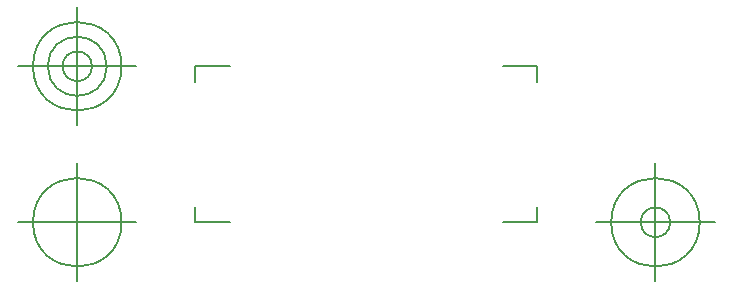
<source format=gbr>
G04 Generated by Ultiboard 14.0 *
%FSLAX34Y34*%
%MOMM*%

%ADD10C,0.0001*%
%ADD11C,0.1270*%


G04 ColorRGB FF14FF for the following layer *
%LNSilkscreen Bottom*%
%LPD*%
G54D10*
G54D11*
X-12700Y873760D02*
X-12700Y886968D01*
X-12700Y873760D02*
X16256Y873760D01*
X276860Y873760D02*
X247904Y873760D01*
X276860Y873760D02*
X276860Y886968D01*
X276860Y1005840D02*
X276860Y992632D01*
X276860Y1005840D02*
X247904Y1005840D01*
X-12700Y1005840D02*
X16256Y1005840D01*
X-12700Y1005840D02*
X-12700Y992632D01*
X-62700Y873760D02*
X-162700Y873760D01*
X-112700Y823760D02*
X-112700Y923760D01*
X-150200Y873760D02*
G75*
D01*
G02X-150200Y873760I37500J0*
G01*
X326860Y873760D02*
X426860Y873760D01*
X376860Y823760D02*
X376860Y923760D01*
X339360Y873760D02*
G75*
D01*
G02X339360Y873760I37500J0*
G01*
X364360Y873760D02*
G75*
D01*
G02X364360Y873760I12500J0*
G01*
X-62700Y1005840D02*
X-162700Y1005840D01*
X-112700Y955840D02*
X-112700Y1055840D01*
X-150200Y1005840D02*
G75*
D01*
G02X-150200Y1005840I37500J0*
G01*
X-137700Y1005840D02*
G75*
D01*
G02X-137700Y1005840I25000J0*
G01*
X-125200Y1005840D02*
G75*
D01*
G02X-125200Y1005840I12500J0*
G01*

M02*

</source>
